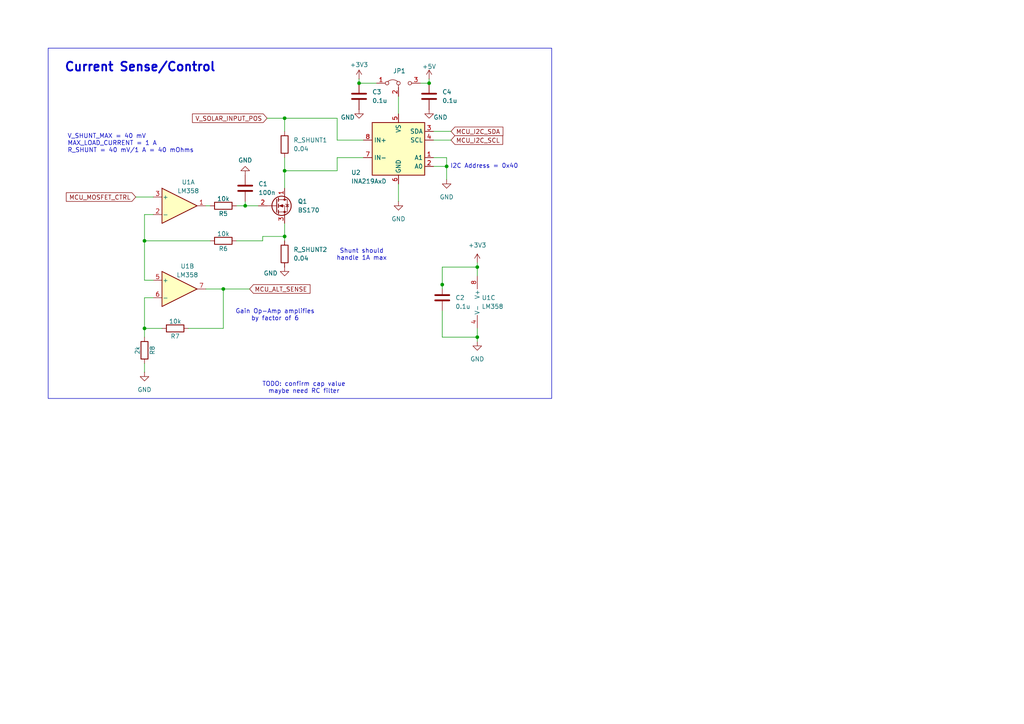
<source format=kicad_sch>
(kicad_sch (version 20231120) (generator "eeschema") (generator_version "8.0")
  (paper "A4")
  (lib_symbols
    (symbol "Amplifier_Operational:LM358" (pin_names (offset 0.127))
      (property "Reference" "U" (at 0 5.08 0))
      (property "Value" "LM358" (at 0 -5.08 0))
      (symbol "LM358_1_1"
        (polyline (pts (xy -5.08 5.08) (xy 5.08 0) (xy -5.08 -5.08) (xy -5.08 5.08)) (stroke (width 0.254)) (fill (type background)))
        (pin output line (at 7.62 0 180) (length 2.54) (name "~") (number "1"))
        (pin input line (at -7.62 -2.54 0) (length 2.54) (name "-") (number "2"))
        (pin input line (at -7.62 2.54 0) (length 2.54) (name "+") (number "3"))
      )
      (symbol "LM358_2_1"
        (polyline (pts (xy -5.08 5.08) (xy 5.08 0) (xy -5.08 -5.08) (xy -5.08 5.08)) (stroke (width 0.254)) (fill (type background)))
        (pin input line (at -7.62 2.54 0) (length 2.54) (name "+") (number "5"))
        (pin input line (at -7.62 -2.54 0) (length 2.54) (name "-") (number "6"))
        (pin output line (at 7.62 0 180) (length 2.54) (name "~") (number "7"))
      )
      (symbol "LM358_3_1"
        (pin power_in line (at -2.54 -7.62 90) (length 3.81) (name "V-") (number "4"))
        (pin power_in line (at -2.54 7.62 270) (length 3.81) (name "V+") (number "8"))
      )
    )
    (symbol "Device:C" (pin_numbers hide) (pin_names (offset 0.254))
      (property "Reference" "C" (at 0.635 2.54 0))
      (property "Value" "C" (at 0.635 -2.54 0))
      (symbol "C_0_1"
        (polyline (pts (xy -2.032 -0.762) (xy 2.032 -0.762)) (stroke (width 0.508)))
        (polyline (pts (xy -2.032 0.762) (xy 2.032 0.762)) (stroke (width 0.508)))
      )
      (symbol "C_1_1"
        (pin passive line (at 0 3.81 270) (length 2.794) (name "~") (number "1"))
        (pin passive line (at 0 -3.81 90) (length 2.794) (name "~") (number "2"))
      )
    )
    (symbol "Device:R" (pin_numbers hide) (pin_names (offset 0))
      (property "Reference" "R" (at 2.032 0 90))
      (property "Value" "R" (at 0 0 90))
      (symbol "R_0_1"
        (rectangle (start -1.016 -2.54) (end 1.016 2.54) (stroke (width 0.254)))
      )
      (symbol "R_1_1"
        (pin passive line (at 0 3.81 270) (length 1.27) (name "~") (number "1"))
        (pin passive line (at 0 -3.81 90) (length 1.27) (name "~") (number "2"))
      )
    )
    (symbol "Jumper:Jumper_3_Bridged12" (pin_names (offset 0) hide)
      (property "Reference" "JP" (at -2.54 -2.54 0))
      (property "Value" "Jumper_3_Bridged12" (at 0 2.794 0))
      (symbol "Jumper_3_Bridged12_0_0"
        (circle (center -3.302 0) (radius 0.508))
        (circle (center 0 0) (radius 0.508))
        (circle (center 3.302 0) (radius 0.508))
      )
      (symbol "Jumper_3_Bridged12_0_1"
        (arc (start -0.254 0.508) (mid -1.651 0.9912) (end -3.048 0.508))
        (polyline (pts (xy 0 -1.27) (xy 0 -0.508)))
      )
      (symbol "Jumper_3_Bridged12_1_1"
        (pin passive line (at -6.35 0 0) (length 2.54) (name "A") (number "1"))
        (pin passive line (at 0 -3.81 90) (length 2.54) (name "C") (number "2"))
        (pin passive line (at 6.35 0 180) (length 2.54) (name "B") (number "3"))
      )
    )
    (symbol "Sensor_Energy:INA219AxD"
      (property "Reference" "U" (at -6.35 8.89 0))
      (property "Value" "INA219AxD" (at 5.08 8.89 0))
      (symbol "INA219AxD_0_1"
        (rectangle (start -7.62 7.62) (end 7.62 -7.62) (stroke (width 0.254)) (fill (type background)))
      )
      (symbol "INA219AxD_1_1"
        (pin input line (at 10.16 -2.54 180) (length 2.54) (name "A1") (number "1"))
        (pin input line (at 10.16 -5.08 180) (length 2.54) (name "A0") (number "2"))
        (pin bidirectional line (at 10.16 5.08 180) (length 2.54) (name "SDA") (number "3"))
        (pin input line (at 10.16 2.54 180) (length 2.54) (name "SCL") (number "4"))
        (pin power_in line (at 0 10.16 270) (length 2.54) (name "VS") (number "5"))
        (pin power_in line (at 0 -10.16 90) (length 2.54) (name "GND") (number "6"))
        (pin input line (at -10.16 -2.54 0) (length 2.54) (name "IN-") (number "7"))
        (pin input line (at -10.16 2.54 0) (length 2.54) (name "IN+") (number "8"))
      )
    )
    (symbol "Transistor_FET:BS170" (pin_names hide)
      (property "Reference" "Q" (at 5.08 1.905 0))
      (property "Value" "BS170" (at 5.08 0 0))
      (symbol "BS170_0_1"
        (polyline (pts (xy 0.254 0) (xy -2.54 0)))
        (polyline (pts (xy 0.254 1.905) (xy 0.254 -1.905)) (stroke (width 0.254)))
        (polyline (pts (xy 0.762 -1.27) (xy 0.762 -2.286)) (stroke (width 0.254)))
        (polyline (pts (xy 0.762 0.508) (xy 0.762 -0.508)) (stroke (width 0.254)))
        (polyline (pts (xy 0.762 2.286) (xy 0.762 1.27)) (stroke (width 0.254)))
        (polyline (pts (xy 2.54 2.54) (xy 2.54 1.778)))
        (polyline (pts (xy 2.54 -2.54) (xy 2.54 0) (xy 0.762 0)))
        (polyline (pts (xy 0.762 -1.778) (xy 3.302 -1.778) (xy 3.302 1.778) (xy 0.762 1.778)))
        (polyline (pts (xy 1.016 0) (xy 2.032 0.381) (xy 2.032 -0.381) (xy 1.016 0)) (fill (type outline)))
        (polyline (pts (xy 2.794 0.508) (xy 2.921 0.381) (xy 3.683 0.381) (xy 3.81 0.254)))
        (polyline (pts (xy 3.302 0.381) (xy 2.921 -0.254) (xy 3.683 -0.254) (xy 3.302 0.381)))
        (circle (center 1.651 0) (radius 2.794) (stroke (width 0.254)))
        (circle (center 2.54 -1.778) (radius 0.254) (fill (type outline)))
        (circle (center 2.54 1.778) (radius 0.254) (fill (type outline)))
      )
      (symbol "BS170_1_1"
        (pin passive line (at 2.54 5.08 270) (length 2.54) (name "D") (number "1"))
        (pin input line (at -5.08 0 0) (length 2.54) (name "G") (number "2"))
        (pin passive line (at 2.54 -5.08 90) (length 2.54) (name "S") (number "3"))
      )
    )
    (symbol "power:+3V3" (power) (pin_numbers hide) (pin_names (offset 0) hide)
      (property "Value" "+3V3" (at 0 3.556 0))
      (symbol "+3V3_0_1"
        (polyline (pts (xy -0.762 1.27) (xy 0 2.54)))
        (polyline (pts (xy 0 0) (xy 0 2.54)))
        (polyline (pts (xy 0 2.54) (xy 0.762 1.27)))
      )
      (symbol "+3V3_1_1"
        (pin power_in line (at 0 0 90) (length 0) (name "~") (number "1"))
      )
    )
    (symbol "power:+5V" (power) (pin_numbers hide) (pin_names (offset 0) hide)
      (property "Value" "+5V" (at 0 3.556 0))
      (symbol "+5V_0_1"
        (polyline (pts (xy -0.762 1.27) (xy 0 2.54)))
        (polyline (pts (xy 0 0) (xy 0 2.54)))
        (polyline (pts (xy 0 2.54) (xy 0.762 1.27)))
      )
      (symbol "+5V_1_1"
        (pin power_in line (at 0 0 90) (length 0) (name "~") (number "1"))
      )
    )
    (symbol "power:GND" (power) (pin_numbers hide) (pin_names (offset 0) hide)
      (property "Value" "GND" (at 0 -3.81 0))
      (symbol "GND_0_1"
        (polyline (pts (xy 0 0) (xy 0 -1.27) (xy 1.27 -1.27) (xy 0 -2.54) (xy -1.27 -1.27) (xy 0 -1.27)))
      )
      (symbol "GND_1_1"
        (pin power_in line (at 0 0 270) (length 0) (name "~") (number "1"))
      )
    )
  )
  (junction (at 41.91 95.25))
  (junction (at 124.46 24.13))
  (junction (at 82.55 34.29))
  (junction (at 82.55 68.58))
  (junction (at 138.43 77.47))
  (junction (at 41.91 69.85))
  (junction (at 71.12 59.69))
  (junction (at 128.27 82.55))
  (junction (at 138.43 97.79))
  (junction (at 82.55 49.53))
  (junction (at 129.54 48.26))
  (junction (at 104.14 24.13))
  (junction (at 64.77 83.82))
  (wire (pts (xy 64.77 83.82) (xy 59.69 83.82)))
  (wire (pts (xy 41.91 86.36) (xy 41.91 95.25)))
  (wire (pts (xy 138.43 77.47) (xy 138.43 80.01)))
  (wire (pts (xy 128.27 97.79) (xy 138.43 97.79)))
  (wire (pts (xy 41.91 81.28) (xy 41.91 69.85)))
  (wire (pts (xy 64.77 83.82) (xy 72.39 83.82)))
  (wire (pts (xy 105.41 40.64) (xy 97.79 40.64)))
  (wire (pts (xy 125.73 45.72) (xy 129.54 45.72)))
  (wire (pts (xy 68.58 69.85) (xy 76.2 69.85)))
  (wire (pts (xy 125.73 38.1) (xy 130.81 38.1)))
  (wire (pts (xy 54.61 95.25) (xy 64.77 95.25)))
  (wire (pts (xy 71.12 58.42) (xy 71.12 59.69)))
  (wire (pts (xy 97.79 45.72) (xy 97.79 49.53)))
  (wire (pts (xy 125.73 40.64) (xy 130.81 40.64)))
  (wire (pts (xy 129.54 45.72) (xy 129.54 48.26)))
  (wire (pts (xy 138.43 95.25) (xy 138.43 97.79)))
  (wire (pts (xy 44.45 81.28) (xy 41.91 81.28)))
  (wire (pts (xy 41.91 69.85) (xy 41.91 62.23)))
  (wire (pts (xy 82.55 68.58) (xy 82.55 69.85)))
  (wire (pts (xy 60.96 69.85) (xy 41.91 69.85)))
  (wire (pts (xy 76.2 69.85) (xy 76.2 68.58)))
  (wire (pts (xy 59.69 59.69) (xy 60.96 59.69)))
  (wire (pts (xy 39.37 57.15) (xy 44.45 57.15)))
  (wire (pts (xy 64.77 95.25) (xy 64.77 83.82)))
  (wire (pts (xy 115.57 27.94) (xy 115.57 33.02)))
  (wire (pts (xy 41.91 95.25) (xy 41.91 97.79)))
  (wire (pts (xy 128.27 82.55) (xy 128.27 77.47)))
  (wire (pts (xy 128.27 83.82) (xy 128.27 82.55)))
  (wire (pts (xy 77.47 34.29) (xy 82.55 34.29)))
  (wire (pts (xy 138.43 76.2) (xy 138.43 77.47)))
  (wire (pts (xy 97.79 40.64) (xy 97.79 34.29)))
  (wire (pts (xy 82.55 34.29) (xy 97.79 34.29)))
  (wire (pts (xy 82.55 34.29) (xy 82.55 38.1)))
  (wire (pts (xy 104.14 22.86) (xy 104.14 24.13)))
  (wire (pts (xy 138.43 97.79) (xy 138.43 99.06)))
  (wire (pts (xy 82.55 49.53) (xy 82.55 54.61)))
  (wire (pts (xy 82.55 45.72) (xy 82.55 49.53)))
  (wire (pts (xy 125.73 48.26) (xy 129.54 48.26)))
  (wire (pts (xy 41.91 62.23) (xy 44.45 62.23)))
  (wire (pts (xy 128.27 77.47) (xy 138.43 77.47)))
  (wire (pts (xy 105.41 45.72) (xy 97.79 45.72)))
  (wire (pts (xy 104.14 24.13) (xy 109.22 24.13)))
  (wire (pts (xy 121.92 24.13) (xy 124.46 24.13)))
  (wire (pts (xy 82.55 49.53) (xy 97.79 49.53)))
  (wire (pts (xy 41.91 105.41) (xy 41.91 107.95)))
  (wire (pts (xy 76.2 68.58) (xy 82.55 68.58)))
  (wire (pts (xy 68.58 59.69) (xy 71.12 59.69)))
  (wire (pts (xy 128.27 90.17) (xy 128.27 97.79)))
  (wire (pts (xy 41.91 95.25) (xy 46.99 95.25)))
  (wire (pts (xy 82.55 64.77) (xy 82.55 68.58)))
  (wire (pts (xy 124.46 22.86) (xy 124.46 24.13)))
  (wire (pts (xy 129.54 48.26) (xy 129.54 52.07)))
  (wire (pts (xy 115.57 53.34) (xy 115.57 58.42)))
  (wire (pts (xy 44.45 86.36) (xy 41.91 86.36)))
  (wire (pts (xy 71.12 59.69) (xy 74.93 59.69)))
  (rectangle (start 13.97 13.97) (end 160.02 115.57))
  (text "TODO: confirm cap value\nmaybe need RC filter" (at 88.138 112.522 0) (effects (font (size 1.27 1.27))))
  (text "I2C Address = 0x40" (at 140.462 48.26 0) (effects (font (size 1.27 1.27))))
  (text "Gain Op-Amp amplifies \nby factor of 6 \n" (at 80.264 91.44 0) (effects (font (size 1.27 1.27))))
  (text "V_SHUNT_MAX = 40 mV \nMAX_LOAD_CURRENT = 1 A\nR_SHUNT = 40 mV/1 A = 40 mOhms" (at 19.558 41.656 0) (effects (font (size 1.27 1.27)) (justify left)))
  (text "Current Sense/Control" (at 40.64 19.558 0) (effects (font (size 2.54 2.54) (bold yes))))
  (text "Shunt should\nhandle 1A max" (at 104.902 73.914 0) (effects (font (size 1.27 1.27))))
  (global_label "MCU_ALT_SENSE" (shape input) (at 72.39 83.82 0) (property "Intersheetrefs" "${INTERSHEET_REFS}" (effects (hide yes))))
  (global_label "MCU_I2C_SCL" (shape input) (at 130.81 40.64 0) (property "Intersheetrefs" "${INTERSHEET_REFS}" (effects (hide yes))))
  (global_label "MCU_MOSFET_CTRL" (shape input) (at 39.37 57.15 180) (property "Intersheetrefs" "${INTERSHEET_REFS}" (effects (hide yes))))
  (global_label "V_SOLAR_INPUT_POS" (shape input) (at 77.47 34.29 180) (property "Intersheetrefs" "${INTERSHEET_REFS}" (effects (hide yes))))
  (global_label "MCU_I2C_SDA" (shape input) (at 130.81 38.1 0) (property "Intersheetrefs" "${INTERSHEET_REFS}" (effects (hide yes))))
  (symbol (lib_id "power:GND") (at 82.55 77.47 0) (unit 1)
    (property "Reference" "#PWR05" (effects (hide yes)))
    (property "Value" "GND" (at 78.486 79.248 0))
    (property "Description" "Power symbol creates a global label with name \"GND\" , ground" (effects (hide yes)))
  )
  (symbol (lib_id "Jumper:Jumper_3_Bridged12") (at 115.57 24.13 0) (unit 1)
    (property "Reference" "JP1" (at 115.824 20.574 0))
    (property "Value" "Jumper_3_Bridged12" (effects (hide yes)))
    (property "Description" "Jumper, 3-pole, pins 1+2 closed/bridged" (effects (hide yes)))
  )
  (symbol (lib_id "Device:R") (at 82.55 73.66 0) (unit 1)
    (property "Reference" "R_SHUNT2" (at 85.09 72.3899 0) (effects (justify left)))
    (property "Value" "0.04" (at 85.09 74.9299 0) (effects (justify left)))
    (property "Description" "Resistor" (effects (hide yes)))
  )
  (symbol (lib_id "Device:R") (at 82.55 41.91 0) (unit 1)
    (property "Reference" "R_SHUNT1" (at 85.09 40.6399 0) (effects (justify left)))
    (property "Value" "0.04" (at 85.09 43.1799 0) (effects (justify left)))
    (property "Description" "Resistor" (effects (hide yes)))
  )
  (symbol (lib_id "Device:R") (at 50.8 95.25 90) (unit 1)
    (property "Reference" "R7" (at 50.8 97.536 90))
    (property "Value" "10k" (at 50.8 93.218 90))
    (property "Description" "Resistor" (effects (hide yes)))
  )
  (symbol (lib_id "power:GND") (at 129.54 52.07 0) (unit 1)
    (property "Reference" "#PWR09" (effects (hide yes)))
    (property "Value" "GND" (at 129.54 57.15 0))
    (property "Description" "Power symbol creates a global label with name \"GND\" , ground" (effects (hide yes)))
  )
  (symbol (lib_id "Device:R") (at 64.77 69.85 90) (unit 1)
    (property "Reference" "R6" (at 64.77 72.136 90))
    (property "Value" "10k" (at 64.77 67.818 90))
    (property "Description" "Resistor" (effects (hide yes)))
  )
  (symbol (lib_id "Device:C") (at 128.27 86.36 0) (unit 1)
    (property "Reference" "C2" (at 132.08 86.3599 0) (effects (justify left)))
    (property "Value" "0.1u" (at 132.08 88.8999 0) (effects (justify left)))
    (property "Description" "Unpolarized capacitor" (effects (hide yes)))
  )
  (symbol (lib_id "Device:R") (at 64.77 59.69 90) (unit 1)
    (property "Reference" "R5" (at 64.77 61.976 90))
    (property "Value" "10k" (at 64.77 57.658 90))
    (property "Description" "Resistor" (effects (hide yes)))
  )
  (symbol (lib_id "Amplifier_Operational:LM358") (at 52.07 83.82 0) (unit 2)
    (property "Reference" "U1" (at 54.356 77.216 0))
    (property "Value" "LM358" (at 54.356 79.756 0))
    (property "Footprint" "Package_SO:MSOP-8_3x3mm_P0.65mm" (effects (hide yes)))
    (property "Datasheet" "http://www.ti.com/lit/ds/symlink/lm2904-n.pdf" (effects (hide yes)))
    (property "Description" "Low-Power, Dual Operational Amplifiers, DIP-8/SOIC-8/TO-99-8" (effects (hide yes)))
  )
  (symbol (lib_id "power:GND") (at 138.43 99.06 0) (unit 1)
    (property "Reference" "#PWR019" (effects (hide yes)))
    (property "Value" "GND" (at 138.43 104.14 0))
    (property "Description" "Power symbol creates a global label with name \"GND\" , ground" (effects (hide yes)))
  )
  (symbol (lib_id "Sensor_Energy:INA219AxD") (at 115.57 43.18 0) (unit 1)
    (property "Reference" "U2" (at 101.854 50.038 0) (effects (justify left)))
    (property "Value" "INA219AxD" (at 101.854 52.578 0) (effects (justify left)))
    (property "Footprint" "Package_SO:SOIC-8_3.9x4.9mm_P1.27mm" (effects (hide yes)))
    (property "Datasheet" "http://www.ti.com/lit/ds/symlink/ina219.pdf" (effects (hide yes)))
    (property "Description" "Zero-Drift, Bidirectional Current/Power Monitor (0-26V) With I2C Interface, SOIC-8" (effects (hide yes)))
  )
  (symbol (lib_id "power:+5V") (at 124.46 22.86 0) (unit 1)
    (property "Reference" "#PWR08" (effects (hide yes)))
    (property "Value" "+5V" (at 124.46 19.304 0))
    (property "Description" "Power symbol creates a global label with name \"+5V\"" (effects (hide yes)))
  )
  (symbol (lib_id "power:GND") (at 71.12 50.8 180) (unit 1)
    (property "Reference" "#PWR02" (effects (hide yes)))
    (property "Value" "GND" (at 71.12 46.482 0))
    (property "Description" "Power symbol creates a global label with name \"GND\" , ground" (effects (hide yes)))
  )
  (symbol (lib_id "Device:C") (at 104.14 27.94 0) (unit 1)
    (property "Reference" "C3" (at 107.95 26.6699 0) (effects (justify left)))
    (property "Value" "0.1u" (at 107.95 29.2099 0) (effects (justify left)))
    (property "Description" "Unpolarized capacitor" (effects (hide yes)))
  )
  (symbol (lib_id "power:GND") (at 124.46 31.75 0) (unit 1)
    (property "Reference" "#PWR021" (effects (hide yes)))
    (property "Value" "GND" (at 127.762 34.036 0))
    (property "Description" "Power symbol creates a global label with name \"GND\" , ground" (effects (hide yes)))
  )
  (symbol (lib_id "power:+3V3") (at 104.14 22.86 0) (unit 1)
    (property "Reference" "#PWR06" (effects (hide yes)))
    (property "Value" "+3V3" (at 104.14 18.796 0))
    (property "Description" "Power symbol creates a global label with name \"+3V3\"" (effects (hide yes)))
  )
  (symbol (lib_id "Amplifier_Operational:LM358") (at 140.97 87.63 0) (unit 3)
    (property "Reference" "U1" (at 139.7 86.3599 0) (effects (justify left)))
    (property "Value" "LM358" (at 139.7 88.8999 0) (effects (justify left)))
    (property "Footprint" "Package_SO:MSOP-8_3x3mm_P0.65mm" (effects (hide yes)))
    (property "Datasheet" "http://www.ti.com/lit/ds/symlink/lm2904-n.pdf" (effects (hide yes)))
    (property "Description" "Low-Power, Dual Operational Amplifiers, DIP-8/SOIC-8/TO-99-8" (effects (hide yes)))
  )
  (symbol (lib_id "Amplifier_Operational:LM358") (at 52.07 59.69 0) (unit 1)
    (property "Reference" "U1" (at 54.61 52.832 0))
    (property "Value" "LM358" (at 54.61 55.372 0))
    (property "Footprint" "Package_SO:MSOP-8_3x3mm_P0.65mm" (effects (hide yes)))
    (property "Datasheet" "http://www.ti.com/lit/ds/symlink/lm2904-n.pdf" (effects (hide yes)))
    (property "Description" "Low-Power, Dual Operational Amplifiers, DIP-8/SOIC-8/TO-99-8" (effects (hide yes)))
  )
  (symbol (lib_id "Device:R") (at 41.91 101.6 180) (unit 1)
    (property "Reference" "R8" (at 44.196 101.6 90))
    (property "Value" "2k" (at 39.878 101.6 90))
    (property "Description" "Resistor" (effects (hide yes)))
  )
  (symbol (lib_id "Device:C") (at 124.46 27.94 0) (unit 1)
    (property "Reference" "C4" (at 128.27 26.6699 0) (effects (justify left)))
    (property "Value" "0.1u" (at 128.27 29.2099 0) (effects (justify left)))
    (property "Description" "Unpolarized capacitor" (effects (hide yes)))
  )
  (symbol (lib_id "power:GND") (at 115.57 58.42 0) (unit 1)
    (property "Reference" "#PWR07" (effects (hide yes)))
    (property "Value" "GND" (at 115.57 63.5 0))
    (property "Description" "Power symbol creates a global label with name \"GND\" , ground" (effects (hide yes)))
  )
  (symbol (lib_id "Device:C") (at 71.12 54.61 0) (unit 1)
    (property "Reference" "C1" (at 74.93 53.3399 0) (effects (justify left)))
    (property "Value" "100n" (at 74.93 55.8799 0) (effects (justify left)))
    (property "Description" "Unpolarized capacitor" (effects (hide yes)))
  )
  (symbol (lib_id "power:+3V3") (at 138.43 76.2 0) (unit 1)
    (property "Reference" "#PWR018" (effects (hide yes)))
    (property "Value" "+3V3" (at 138.43 71.12 0))
    (property "Description" "Power symbol creates a global label with name \"+3V3\"" (effects (hide yes)))
  )
  (symbol (lib_id "power:GND") (at 41.91 107.95 0) (unit 1)
    (property "Reference" "#PWR017" (effects (hide yes)))
    (property "Value" "GND" (at 41.91 113.03 0))
    (property "Description" "Power symbol creates a global label with name \"GND\" , ground" (effects (hide yes)))
  )
  (symbol (lib_id "Transistor_FET:BS170") (at 80.01 59.69 0) (unit 1)
    (property "Reference" "Q1" (at 86.36 58.4199 0) (effects (justify left)))
    (property "Value" "BS170" (at 86.36 60.9599 0) (effects (justify left)))
    (property "Footprint" "Package_TO_SOT_THT:TO-92_Inline" (effects (hide yes)))
    (property "Datasheet" "https://www.onsemi.com/pub/Collateral/BS170-D.PDF" (effects (hide yes)))
    (property "Description" "0.5A Id, 60V Vds, N-Channel MOSFET, TO-92" (effects (hide yes)))
  )
  (symbol (lib_id "power:GND") (at 104.14 31.75 0) (unit 1)
    (property "Reference" "#PWR020" (effects (hide yes)))
    (property "Value" "GND" (at 100.838 34.036 0))
    (property "Description" "Power symbol creates a global label with name \"GND\" , ground" (effects (hide yes)))
  )
)
</source>
